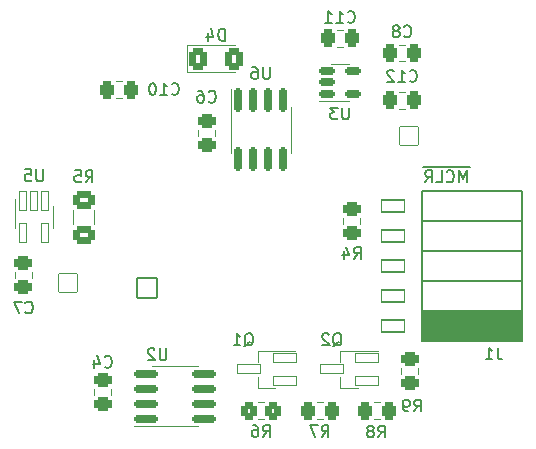
<source format=gbo>
G04 #@! TF.GenerationSoftware,KiCad,Pcbnew,(6.0.10)*
G04 #@! TF.CreationDate,2023-01-26T22:30:24-05:00*
G04 #@! TF.ProjectId,telemetry_transmitter,74656c65-6d65-4747-9279-5f7472616e73,rev?*
G04 #@! TF.SameCoordinates,Original*
G04 #@! TF.FileFunction,Legend,Bot*
G04 #@! TF.FilePolarity,Positive*
%FSLAX46Y46*%
G04 Gerber Fmt 4.6, Leading zero omitted, Abs format (unit mm)*
G04 Created by KiCad (PCBNEW (6.0.10)) date 2023-01-26 22:30:24*
%MOMM*%
%LPD*%
G01*
G04 APERTURE LIST*
G04 Aperture macros list*
%AMRoundRect*
0 Rectangle with rounded corners*
0 $1 Rounding radius*
0 $2 $3 $4 $5 $6 $7 $8 $9 X,Y pos of 4 corners*
0 Add a 4 corners polygon primitive as box body*
4,1,4,$2,$3,$4,$5,$6,$7,$8,$9,$2,$3,0*
0 Add four circle primitives for the rounded corners*
1,1,$1+$1,$2,$3*
1,1,$1+$1,$4,$5*
1,1,$1+$1,$6,$7*
1,1,$1+$1,$8,$9*
0 Add four rect primitives between the rounded corners*
20,1,$1+$1,$2,$3,$4,$5,0*
20,1,$1+$1,$4,$5,$6,$7,0*
20,1,$1+$1,$6,$7,$8,$9,0*
20,1,$1+$1,$8,$9,$2,$3,0*%
G04 Aperture macros list end*
%ADD10C,0.150000*%
%ADD11C,0.120000*%
%ADD12C,2.702000*%
%ADD13RoundRect,0.051000X0.850000X-0.850000X0.850000X0.850000X-0.850000X0.850000X-0.850000X-0.850000X0*%
%ADD14O,1.802000X1.802000*%
%ADD15RoundRect,0.051000X-0.800000X-0.800000X0.800000X-0.800000X0.800000X0.800000X-0.800000X0.800000X0*%
%ADD16C,1.702000*%
%ADD17RoundRect,0.051000X-0.800000X0.800000X-0.800000X-0.800000X0.800000X-0.800000X0.800000X0.800000X0*%
%ADD18C,1.602000*%
%ADD19C,5.702000*%
%ADD20C,3.702000*%
%ADD21C,2.302000*%
%ADD22RoundRect,0.051000X-0.600000X0.600000X-0.600000X-0.600000X0.600000X-0.600000X0.600000X0.600000X0*%
%ADD23C,1.302000*%
%ADD24RoundRect,0.051000X0.950000X0.400000X-0.950000X0.400000X-0.950000X-0.400000X0.950000X-0.400000X0*%
%ADD25RoundRect,0.301000X0.450000X-0.325000X0.450000X0.325000X-0.450000X0.325000X-0.450000X-0.325000X0*%
%ADD26RoundRect,0.301000X0.325000X0.450000X-0.325000X0.450000X-0.325000X-0.450000X0.325000X-0.450000X0*%
%ADD27RoundRect,0.301000X-0.450000X0.325000X-0.450000X-0.325000X0.450000X-0.325000X0.450000X0.325000X0*%
%ADD28RoundRect,0.301000X-0.325000X-0.450000X0.325000X-0.450000X0.325000X0.450000X-0.325000X0.450000X0*%
%ADD29RoundRect,0.051000X-0.325000X0.780000X-0.325000X-0.780000X0.325000X-0.780000X0.325000X0.780000X0*%
%ADD30RoundRect,0.301001X0.624999X-0.462499X0.624999X0.462499X-0.624999X0.462499X-0.624999X-0.462499X0*%
%ADD31RoundRect,0.301000X-0.350000X-0.450000X0.350000X-0.450000X0.350000X0.450000X-0.350000X0.450000X0*%
%ADD32RoundRect,0.201000X-0.825000X-0.150000X0.825000X-0.150000X0.825000X0.150000X-0.825000X0.150000X0*%
%ADD33RoundRect,0.051000X1.000000X-0.500000X1.000000X0.500000X-1.000000X0.500000X-1.000000X-0.500000X0*%
%ADD34RoundRect,0.301001X-0.462499X-0.624999X0.462499X-0.624999X0.462499X0.624999X-0.462499X0.624999X0*%
%ADD35RoundRect,0.201000X-0.150000X0.825000X-0.150000X-0.825000X0.150000X-0.825000X0.150000X0.825000X0*%
%ADD36RoundRect,0.201000X-0.512500X-0.150000X0.512500X-0.150000X0.512500X0.150000X-0.512500X0.150000X0*%
G04 APERTURE END LIST*
D10*
X226476190Y-98170000D02*
X225333333Y-98170000D01*
X226238095Y-99452380D02*
X226238095Y-98452380D01*
X225904761Y-99166666D01*
X225571428Y-98452380D01*
X225571428Y-99452380D01*
X225333333Y-98170000D02*
X224333333Y-98170000D01*
X224523809Y-99357142D02*
X224571428Y-99404761D01*
X224714285Y-99452380D01*
X224809523Y-99452380D01*
X224952380Y-99404761D01*
X225047619Y-99309523D01*
X225095238Y-99214285D01*
X225142857Y-99023809D01*
X225142857Y-98880952D01*
X225095238Y-98690476D01*
X225047619Y-98595238D01*
X224952380Y-98500000D01*
X224809523Y-98452380D01*
X224714285Y-98452380D01*
X224571428Y-98500000D01*
X224523809Y-98547619D01*
X224333333Y-98170000D02*
X223523809Y-98170000D01*
X223619047Y-99452380D02*
X224095238Y-99452380D01*
X224095238Y-98452380D01*
X223523809Y-98170000D02*
X222523809Y-98170000D01*
X222714285Y-99452380D02*
X223047619Y-98976190D01*
X223285714Y-99452380D02*
X223285714Y-98452380D01*
X222904761Y-98452380D01*
X222809523Y-98500000D01*
X222761904Y-98547619D01*
X222714285Y-98642857D01*
X222714285Y-98785714D01*
X222761904Y-98880952D01*
X222809523Y-98928571D01*
X222904761Y-98976190D01*
X223285714Y-98976190D01*
X207395238Y-113347619D02*
X207490476Y-113300000D01*
X207585714Y-113204761D01*
X207728571Y-113061904D01*
X207823809Y-113014285D01*
X207919047Y-113014285D01*
X207871428Y-113252380D02*
X207966666Y-113204761D01*
X208061904Y-113109523D01*
X208109523Y-112919047D01*
X208109523Y-112585714D01*
X208061904Y-112395238D01*
X207966666Y-112300000D01*
X207871428Y-112252380D01*
X207680952Y-112252380D01*
X207585714Y-112300000D01*
X207490476Y-112395238D01*
X207442857Y-112585714D01*
X207442857Y-112919047D01*
X207490476Y-113109523D01*
X207585714Y-113204761D01*
X207680952Y-113252380D01*
X207871428Y-113252380D01*
X206490476Y-113252380D02*
X207061904Y-113252380D01*
X206776190Y-113252380D02*
X206776190Y-112252380D01*
X206871428Y-112395238D01*
X206966666Y-112490476D01*
X207061904Y-112538095D01*
X214895238Y-113347619D02*
X214990476Y-113300000D01*
X215085714Y-113204761D01*
X215228571Y-113061904D01*
X215323809Y-113014285D01*
X215419047Y-113014285D01*
X215371428Y-113252380D02*
X215466666Y-113204761D01*
X215561904Y-113109523D01*
X215609523Y-112919047D01*
X215609523Y-112585714D01*
X215561904Y-112395238D01*
X215466666Y-112300000D01*
X215371428Y-112252380D01*
X215180952Y-112252380D01*
X215085714Y-112300000D01*
X214990476Y-112395238D01*
X214942857Y-112585714D01*
X214942857Y-112919047D01*
X214990476Y-113109523D01*
X215085714Y-113204761D01*
X215180952Y-113252380D01*
X215371428Y-113252380D01*
X214561904Y-112347619D02*
X214514285Y-112300000D01*
X214419047Y-112252380D01*
X214180952Y-112252380D01*
X214085714Y-112300000D01*
X214038095Y-112347619D01*
X213990476Y-112442857D01*
X213990476Y-112538095D01*
X214038095Y-112680952D01*
X214609523Y-113252380D01*
X213990476Y-113252380D01*
X188866666Y-110457142D02*
X188914285Y-110504761D01*
X189057142Y-110552380D01*
X189152380Y-110552380D01*
X189295238Y-110504761D01*
X189390476Y-110409523D01*
X189438095Y-110314285D01*
X189485714Y-110123809D01*
X189485714Y-109980952D01*
X189438095Y-109790476D01*
X189390476Y-109695238D01*
X189295238Y-109600000D01*
X189152380Y-109552380D01*
X189057142Y-109552380D01*
X188914285Y-109600000D01*
X188866666Y-109647619D01*
X188533333Y-109552380D02*
X187866666Y-109552380D01*
X188295238Y-110552380D01*
X220916666Y-87082142D02*
X220964285Y-87129761D01*
X221107142Y-87177380D01*
X221202380Y-87177380D01*
X221345238Y-87129761D01*
X221440476Y-87034523D01*
X221488095Y-86939285D01*
X221535714Y-86748809D01*
X221535714Y-86605952D01*
X221488095Y-86415476D01*
X221440476Y-86320238D01*
X221345238Y-86225000D01*
X221202380Y-86177380D01*
X221107142Y-86177380D01*
X220964285Y-86225000D01*
X220916666Y-86272619D01*
X220345238Y-86605952D02*
X220440476Y-86558333D01*
X220488095Y-86510714D01*
X220535714Y-86415476D01*
X220535714Y-86367857D01*
X220488095Y-86272619D01*
X220440476Y-86225000D01*
X220345238Y-86177380D01*
X220154761Y-86177380D01*
X220059523Y-86225000D01*
X220011904Y-86272619D01*
X219964285Y-86367857D01*
X219964285Y-86415476D01*
X220011904Y-86510714D01*
X220059523Y-86558333D01*
X220154761Y-86605952D01*
X220345238Y-86605952D01*
X220440476Y-86653571D01*
X220488095Y-86701190D01*
X220535714Y-86796428D01*
X220535714Y-86986904D01*
X220488095Y-87082142D01*
X220440476Y-87129761D01*
X220345238Y-87177380D01*
X220154761Y-87177380D01*
X220059523Y-87129761D01*
X220011904Y-87082142D01*
X219964285Y-86986904D01*
X219964285Y-86796428D01*
X220011904Y-86701190D01*
X220059523Y-86653571D01*
X220154761Y-86605952D01*
X195566666Y-115057142D02*
X195614285Y-115104761D01*
X195757142Y-115152380D01*
X195852380Y-115152380D01*
X195995238Y-115104761D01*
X196090476Y-115009523D01*
X196138095Y-114914285D01*
X196185714Y-114723809D01*
X196185714Y-114580952D01*
X196138095Y-114390476D01*
X196090476Y-114295238D01*
X195995238Y-114200000D01*
X195852380Y-114152380D01*
X195757142Y-114152380D01*
X195614285Y-114200000D01*
X195566666Y-114247619D01*
X194709523Y-114485714D02*
X194709523Y-115152380D01*
X194947619Y-114104761D02*
X195185714Y-114819047D01*
X194566666Y-114819047D01*
X218741666Y-121052380D02*
X219075000Y-120576190D01*
X219313095Y-121052380D02*
X219313095Y-120052380D01*
X218932142Y-120052380D01*
X218836904Y-120100000D01*
X218789285Y-120147619D01*
X218741666Y-120242857D01*
X218741666Y-120385714D01*
X218789285Y-120480952D01*
X218836904Y-120528571D01*
X218932142Y-120576190D01*
X219313095Y-120576190D01*
X218170238Y-120480952D02*
X218265476Y-120433333D01*
X218313095Y-120385714D01*
X218360714Y-120290476D01*
X218360714Y-120242857D01*
X218313095Y-120147619D01*
X218265476Y-120100000D01*
X218170238Y-120052380D01*
X217979761Y-120052380D01*
X217884523Y-120100000D01*
X217836904Y-120147619D01*
X217789285Y-120242857D01*
X217789285Y-120290476D01*
X217836904Y-120385714D01*
X217884523Y-120433333D01*
X217979761Y-120480952D01*
X218170238Y-120480952D01*
X218265476Y-120528571D01*
X218313095Y-120576190D01*
X218360714Y-120671428D01*
X218360714Y-120861904D01*
X218313095Y-120957142D01*
X218265476Y-121004761D01*
X218170238Y-121052380D01*
X217979761Y-121052380D01*
X217884523Y-121004761D01*
X217836904Y-120957142D01*
X217789285Y-120861904D01*
X217789285Y-120671428D01*
X217836904Y-120576190D01*
X217884523Y-120528571D01*
X217979761Y-120480952D01*
X190361904Y-98352380D02*
X190361904Y-99161904D01*
X190314285Y-99257142D01*
X190266666Y-99304761D01*
X190171428Y-99352380D01*
X189980952Y-99352380D01*
X189885714Y-99304761D01*
X189838095Y-99257142D01*
X189790476Y-99161904D01*
X189790476Y-98352380D01*
X188838095Y-98352380D02*
X189314285Y-98352380D01*
X189361904Y-98828571D01*
X189314285Y-98780952D01*
X189219047Y-98733333D01*
X188980952Y-98733333D01*
X188885714Y-98780952D01*
X188838095Y-98828571D01*
X188790476Y-98923809D01*
X188790476Y-99161904D01*
X188838095Y-99257142D01*
X188885714Y-99304761D01*
X188980952Y-99352380D01*
X189219047Y-99352380D01*
X189314285Y-99304761D01*
X189361904Y-99257142D01*
X216666666Y-105952380D02*
X217000000Y-105476190D01*
X217238095Y-105952380D02*
X217238095Y-104952380D01*
X216857142Y-104952380D01*
X216761904Y-105000000D01*
X216714285Y-105047619D01*
X216666666Y-105142857D01*
X216666666Y-105285714D01*
X216714285Y-105380952D01*
X216761904Y-105428571D01*
X216857142Y-105476190D01*
X217238095Y-105476190D01*
X215809523Y-105285714D02*
X215809523Y-105952380D01*
X216047619Y-104904761D02*
X216285714Y-105619047D01*
X215666666Y-105619047D01*
X193966666Y-99452380D02*
X194300000Y-98976190D01*
X194538095Y-99452380D02*
X194538095Y-98452380D01*
X194157142Y-98452380D01*
X194061904Y-98500000D01*
X194014285Y-98547619D01*
X193966666Y-98642857D01*
X193966666Y-98785714D01*
X194014285Y-98880952D01*
X194061904Y-98928571D01*
X194157142Y-98976190D01*
X194538095Y-98976190D01*
X193061904Y-98452380D02*
X193538095Y-98452380D01*
X193585714Y-98928571D01*
X193538095Y-98880952D01*
X193442857Y-98833333D01*
X193204761Y-98833333D01*
X193109523Y-98880952D01*
X193061904Y-98928571D01*
X193014285Y-99023809D01*
X193014285Y-99261904D01*
X193061904Y-99357142D01*
X193109523Y-99404761D01*
X193204761Y-99452380D01*
X193442857Y-99452380D01*
X193538095Y-99404761D01*
X193585714Y-99357142D01*
X213941666Y-121002380D02*
X214275000Y-120526190D01*
X214513095Y-121002380D02*
X214513095Y-120002380D01*
X214132142Y-120002380D01*
X214036904Y-120050000D01*
X213989285Y-120097619D01*
X213941666Y-120192857D01*
X213941666Y-120335714D01*
X213989285Y-120430952D01*
X214036904Y-120478571D01*
X214132142Y-120526190D01*
X214513095Y-120526190D01*
X213608333Y-120002380D02*
X212941666Y-120002380D01*
X213370238Y-121002380D01*
X208966666Y-121002380D02*
X209300000Y-120526190D01*
X209538095Y-121002380D02*
X209538095Y-120002380D01*
X209157142Y-120002380D01*
X209061904Y-120050000D01*
X209014285Y-120097619D01*
X208966666Y-120192857D01*
X208966666Y-120335714D01*
X209014285Y-120430952D01*
X209061904Y-120478571D01*
X209157142Y-120526190D01*
X209538095Y-120526190D01*
X208109523Y-120002380D02*
X208300000Y-120002380D01*
X208395238Y-120050000D01*
X208442857Y-120097619D01*
X208538095Y-120240476D01*
X208585714Y-120430952D01*
X208585714Y-120811904D01*
X208538095Y-120907142D01*
X208490476Y-120954761D01*
X208395238Y-121002380D01*
X208204761Y-121002380D01*
X208109523Y-120954761D01*
X208061904Y-120907142D01*
X208014285Y-120811904D01*
X208014285Y-120573809D01*
X208061904Y-120478571D01*
X208109523Y-120430952D01*
X208204761Y-120383333D01*
X208395238Y-120383333D01*
X208490476Y-120430952D01*
X208538095Y-120478571D01*
X208585714Y-120573809D01*
X221766666Y-118852380D02*
X222100000Y-118376190D01*
X222338095Y-118852380D02*
X222338095Y-117852380D01*
X221957142Y-117852380D01*
X221861904Y-117900000D01*
X221814285Y-117947619D01*
X221766666Y-118042857D01*
X221766666Y-118185714D01*
X221814285Y-118280952D01*
X221861904Y-118328571D01*
X221957142Y-118376190D01*
X222338095Y-118376190D01*
X221290476Y-118852380D02*
X221100000Y-118852380D01*
X221004761Y-118804761D01*
X220957142Y-118757142D01*
X220861904Y-118614285D01*
X220814285Y-118423809D01*
X220814285Y-118042857D01*
X220861904Y-117947619D01*
X220909523Y-117900000D01*
X221004761Y-117852380D01*
X221195238Y-117852380D01*
X221290476Y-117900000D01*
X221338095Y-117947619D01*
X221385714Y-118042857D01*
X221385714Y-118280952D01*
X221338095Y-118376190D01*
X221290476Y-118423809D01*
X221195238Y-118471428D01*
X221004761Y-118471428D01*
X220909523Y-118423809D01*
X220861904Y-118376190D01*
X220814285Y-118280952D01*
X200786904Y-113517380D02*
X200786904Y-114326904D01*
X200739285Y-114422142D01*
X200691666Y-114469761D01*
X200596428Y-114517380D01*
X200405952Y-114517380D01*
X200310714Y-114469761D01*
X200263095Y-114422142D01*
X200215476Y-114326904D01*
X200215476Y-113517380D01*
X199786904Y-113612619D02*
X199739285Y-113565000D01*
X199644047Y-113517380D01*
X199405952Y-113517380D01*
X199310714Y-113565000D01*
X199263095Y-113612619D01*
X199215476Y-113707857D01*
X199215476Y-113803095D01*
X199263095Y-113945952D01*
X199834523Y-114517380D01*
X199215476Y-114517380D01*
X228833333Y-113452380D02*
X228833333Y-114166666D01*
X228880952Y-114309523D01*
X228976190Y-114404761D01*
X229119047Y-114452380D01*
X229214285Y-114452380D01*
X227833333Y-114452380D02*
X228404761Y-114452380D01*
X228119047Y-114452380D02*
X228119047Y-113452380D01*
X228214285Y-113595238D01*
X228309523Y-113690476D01*
X228404761Y-113738095D01*
X205738095Y-87452380D02*
X205738095Y-86452380D01*
X205500000Y-86452380D01*
X205357142Y-86500000D01*
X205261904Y-86595238D01*
X205214285Y-86690476D01*
X205166666Y-86880952D01*
X205166666Y-87023809D01*
X205214285Y-87214285D01*
X205261904Y-87309523D01*
X205357142Y-87404761D01*
X205500000Y-87452380D01*
X205738095Y-87452380D01*
X204309523Y-86785714D02*
X204309523Y-87452380D01*
X204547619Y-86404761D02*
X204785714Y-87119047D01*
X204166666Y-87119047D01*
X201242857Y-91957142D02*
X201290476Y-92004761D01*
X201433333Y-92052380D01*
X201528571Y-92052380D01*
X201671428Y-92004761D01*
X201766666Y-91909523D01*
X201814285Y-91814285D01*
X201861904Y-91623809D01*
X201861904Y-91480952D01*
X201814285Y-91290476D01*
X201766666Y-91195238D01*
X201671428Y-91100000D01*
X201528571Y-91052380D01*
X201433333Y-91052380D01*
X201290476Y-91100000D01*
X201242857Y-91147619D01*
X200290476Y-92052380D02*
X200861904Y-92052380D01*
X200576190Y-92052380D02*
X200576190Y-91052380D01*
X200671428Y-91195238D01*
X200766666Y-91290476D01*
X200861904Y-91338095D01*
X199671428Y-91052380D02*
X199576190Y-91052380D01*
X199480952Y-91100000D01*
X199433333Y-91147619D01*
X199385714Y-91242857D01*
X199338095Y-91433333D01*
X199338095Y-91671428D01*
X199385714Y-91861904D01*
X199433333Y-91957142D01*
X199480952Y-92004761D01*
X199576190Y-92052380D01*
X199671428Y-92052380D01*
X199766666Y-92004761D01*
X199814285Y-91957142D01*
X199861904Y-91861904D01*
X199909523Y-91671428D01*
X199909523Y-91433333D01*
X199861904Y-91242857D01*
X199814285Y-91147619D01*
X199766666Y-91100000D01*
X199671428Y-91052380D01*
X204366666Y-92607142D02*
X204414285Y-92654761D01*
X204557142Y-92702380D01*
X204652380Y-92702380D01*
X204795238Y-92654761D01*
X204890476Y-92559523D01*
X204938095Y-92464285D01*
X204985714Y-92273809D01*
X204985714Y-92130952D01*
X204938095Y-91940476D01*
X204890476Y-91845238D01*
X204795238Y-91750000D01*
X204652380Y-91702380D01*
X204557142Y-91702380D01*
X204414285Y-91750000D01*
X204366666Y-91797619D01*
X203509523Y-91702380D02*
X203700000Y-91702380D01*
X203795238Y-91750000D01*
X203842857Y-91797619D01*
X203938095Y-91940476D01*
X203985714Y-92130952D01*
X203985714Y-92511904D01*
X203938095Y-92607142D01*
X203890476Y-92654761D01*
X203795238Y-92702380D01*
X203604761Y-92702380D01*
X203509523Y-92654761D01*
X203461904Y-92607142D01*
X203414285Y-92511904D01*
X203414285Y-92273809D01*
X203461904Y-92178571D01*
X203509523Y-92130952D01*
X203604761Y-92083333D01*
X203795238Y-92083333D01*
X203890476Y-92130952D01*
X203938095Y-92178571D01*
X203985714Y-92273809D01*
X209561904Y-89702380D02*
X209561904Y-90511904D01*
X209514285Y-90607142D01*
X209466666Y-90654761D01*
X209371428Y-90702380D01*
X209180952Y-90702380D01*
X209085714Y-90654761D01*
X209038095Y-90607142D01*
X208990476Y-90511904D01*
X208990476Y-89702380D01*
X208085714Y-89702380D02*
X208276190Y-89702380D01*
X208371428Y-89750000D01*
X208419047Y-89797619D01*
X208514285Y-89940476D01*
X208561904Y-90130952D01*
X208561904Y-90511904D01*
X208514285Y-90607142D01*
X208466666Y-90654761D01*
X208371428Y-90702380D01*
X208180952Y-90702380D01*
X208085714Y-90654761D01*
X208038095Y-90607142D01*
X207990476Y-90511904D01*
X207990476Y-90273809D01*
X208038095Y-90178571D01*
X208085714Y-90130952D01*
X208180952Y-90083333D01*
X208371428Y-90083333D01*
X208466666Y-90130952D01*
X208514285Y-90178571D01*
X208561904Y-90273809D01*
X221392857Y-90857142D02*
X221440476Y-90904761D01*
X221583333Y-90952380D01*
X221678571Y-90952380D01*
X221821428Y-90904761D01*
X221916666Y-90809523D01*
X221964285Y-90714285D01*
X222011904Y-90523809D01*
X222011904Y-90380952D01*
X221964285Y-90190476D01*
X221916666Y-90095238D01*
X221821428Y-90000000D01*
X221678571Y-89952380D01*
X221583333Y-89952380D01*
X221440476Y-90000000D01*
X221392857Y-90047619D01*
X220440476Y-90952380D02*
X221011904Y-90952380D01*
X220726190Y-90952380D02*
X220726190Y-89952380D01*
X220821428Y-90095238D01*
X220916666Y-90190476D01*
X221011904Y-90238095D01*
X220059523Y-90047619D02*
X220011904Y-90000000D01*
X219916666Y-89952380D01*
X219678571Y-89952380D01*
X219583333Y-90000000D01*
X219535714Y-90047619D01*
X219488095Y-90142857D01*
X219488095Y-90238095D01*
X219535714Y-90380952D01*
X220107142Y-90952380D01*
X219488095Y-90952380D01*
X216142857Y-85857142D02*
X216190476Y-85904761D01*
X216333333Y-85952380D01*
X216428571Y-85952380D01*
X216571428Y-85904761D01*
X216666666Y-85809523D01*
X216714285Y-85714285D01*
X216761904Y-85523809D01*
X216761904Y-85380952D01*
X216714285Y-85190476D01*
X216666666Y-85095238D01*
X216571428Y-85000000D01*
X216428571Y-84952380D01*
X216333333Y-84952380D01*
X216190476Y-85000000D01*
X216142857Y-85047619D01*
X215190476Y-85952380D02*
X215761904Y-85952380D01*
X215476190Y-85952380D02*
X215476190Y-84952380D01*
X215571428Y-85095238D01*
X215666666Y-85190476D01*
X215761904Y-85238095D01*
X214238095Y-85952380D02*
X214809523Y-85952380D01*
X214523809Y-85952380D02*
X214523809Y-84952380D01*
X214619047Y-85095238D01*
X214714285Y-85190476D01*
X214809523Y-85238095D01*
X216261904Y-93135180D02*
X216261904Y-93944704D01*
X216214285Y-94039942D01*
X216166666Y-94087561D01*
X216071428Y-94135180D01*
X215880952Y-94135180D01*
X215785714Y-94087561D01*
X215738095Y-94039942D01*
X215690476Y-93944704D01*
X215690476Y-93135180D01*
X215309523Y-93135180D02*
X214690476Y-93135180D01*
X215023809Y-93516133D01*
X214880952Y-93516133D01*
X214785714Y-93563752D01*
X214738095Y-93611371D01*
X214690476Y-93706609D01*
X214690476Y-93944704D01*
X214738095Y-94039942D01*
X214785714Y-94087561D01*
X214880952Y-94135180D01*
X215166666Y-94135180D01*
X215261904Y-94087561D01*
X215309523Y-94039942D01*
D11*
X208540000Y-116880000D02*
X208540000Y-115950000D01*
X208540000Y-113720000D02*
X208540000Y-114650000D01*
X208540000Y-113720000D02*
X211700000Y-113720000D01*
X208540000Y-116880000D02*
X210000000Y-116880000D01*
X215540000Y-116880000D02*
X215540000Y-115950000D01*
X215540000Y-113720000D02*
X218700000Y-113720000D01*
X215540000Y-113720000D02*
X215540000Y-114650000D01*
X215540000Y-116880000D02*
X217000000Y-116880000D01*
X189410000Y-107561252D02*
X189410000Y-107038748D01*
X187990000Y-107561252D02*
X187990000Y-107038748D01*
X221011252Y-89210000D02*
X220488748Y-89210000D01*
X221011252Y-87790000D02*
X220488748Y-87790000D01*
X194690000Y-116938748D02*
X194690000Y-117461252D01*
X196110000Y-116938748D02*
X196110000Y-117461252D01*
X218338748Y-119510000D02*
X218861252Y-119510000D01*
X218338748Y-118090000D02*
X218861252Y-118090000D01*
X187990000Y-103300000D02*
X187990000Y-100850000D01*
X191210000Y-101500000D02*
X191210000Y-103300000D01*
X217210000Y-102986252D02*
X217210000Y-102463748D01*
X215790000Y-102986252D02*
X215790000Y-102463748D01*
X192890000Y-103002064D02*
X192890000Y-101797936D01*
X194710000Y-103002064D02*
X194710000Y-101797936D01*
X213513748Y-119510000D02*
X214036252Y-119510000D01*
X213513748Y-118090000D02*
X214036252Y-118090000D01*
X208572936Y-118065000D02*
X209027064Y-118065000D01*
X208572936Y-119535000D02*
X209027064Y-119535000D01*
X222110000Y-115661252D02*
X222110000Y-115138748D01*
X220690000Y-115661252D02*
X220690000Y-115138748D01*
X201525000Y-120125000D02*
X198075000Y-120125000D01*
X201525000Y-115005000D02*
X199575000Y-115005000D01*
X201525000Y-115005000D02*
X203475000Y-115005000D01*
X201525000Y-120125000D02*
X203475000Y-120125000D01*
D10*
X222412500Y-105230000D02*
X230912500Y-105230000D01*
X222412500Y-107770000D02*
X230912500Y-107770000D01*
X230912500Y-112850000D02*
X230912500Y-100150000D01*
X222412500Y-110310000D02*
X230912500Y-110310000D01*
X222412500Y-100150000D02*
X230912500Y-100150000D01*
X222412500Y-102690000D02*
X230912500Y-102690000D01*
X222412500Y-112850000D02*
X230912500Y-112850000D01*
X222412500Y-112850000D02*
X222412500Y-100150000D01*
G36*
X230858300Y-112799200D02*
G01*
X222476300Y-112799200D01*
X222476300Y-110360800D01*
X230858300Y-110360800D01*
X230858300Y-112799200D01*
G37*
X230858300Y-112799200D02*
X222476300Y-112799200D01*
X222476300Y-110360800D01*
X230858300Y-110360800D01*
X230858300Y-112799200D01*
D11*
X202540000Y-90135000D02*
X202540000Y-87865000D01*
X206600000Y-90135000D02*
X202540000Y-90135000D01*
X202540000Y-87865000D02*
X206600000Y-87865000D01*
X197061252Y-90890000D02*
X196538748Y-90890000D01*
X197061252Y-92310000D02*
X196538748Y-92310000D01*
X204910000Y-95511252D02*
X204910000Y-94988748D01*
X203490000Y-95511252D02*
X203490000Y-94988748D01*
X211360000Y-95000000D02*
X211360000Y-96950000D01*
X211360000Y-95000000D02*
X211360000Y-93050000D01*
X206240000Y-95000000D02*
X206240000Y-96950000D01*
X206240000Y-95000000D02*
X206240000Y-91550000D01*
X221011252Y-91790000D02*
X220488748Y-91790000D01*
X221011252Y-93210000D02*
X220488748Y-93210000D01*
X215761252Y-86540000D02*
X215238748Y-86540000D01*
X215761252Y-87960000D02*
X215238748Y-87960000D01*
X215500000Y-89440000D02*
X214700000Y-89440000D01*
X215500000Y-92560000D02*
X216300000Y-92560000D01*
X215500000Y-89440000D02*
X216300000Y-89440000D01*
X215500000Y-92560000D02*
X213700000Y-92560000D01*
%LPC*%
D12*
X199000000Y-88750000D03*
X194000000Y-88750000D03*
D13*
X199125000Y-108375000D03*
D14*
X199125000Y-110915000D03*
X201665000Y-108375000D03*
X201665000Y-110915000D03*
X204205000Y-108375000D03*
X204205000Y-110915000D03*
X206745000Y-108375000D03*
X206745000Y-110915000D03*
X209285000Y-108375000D03*
X209285000Y-110915000D03*
X211825000Y-108375000D03*
X211825000Y-110915000D03*
X214365000Y-108375000D03*
X214365000Y-110915000D03*
X216905000Y-108375000D03*
X216905000Y-110915000D03*
D15*
X221338606Y-95500000D03*
D16*
X223838606Y-95500000D03*
D17*
X192500000Y-108000000D03*
D16*
X192500000Y-110500000D03*
D18*
X198000000Y-97300000D03*
X198000000Y-102180000D03*
D19*
X226060000Y-88900000D03*
D20*
X226060000Y-88900000D03*
D19*
X187960000Y-116840000D03*
D20*
X187960000Y-116840000D03*
D19*
X187960000Y-88900000D03*
D20*
X187960000Y-88900000D03*
D21*
X185500000Y-95500000D03*
X185500000Y-106500000D03*
D22*
X184500000Y-99000000D03*
D23*
X184500000Y-101000000D03*
X184500000Y-103000000D03*
X186500000Y-99000000D03*
X186500000Y-101000000D03*
X186500000Y-103000000D03*
D19*
X226060000Y-116840000D03*
D20*
X226060000Y-116840000D03*
D24*
X210800000Y-114350000D03*
X210800000Y-116250000D03*
X207800000Y-115300000D03*
X217800000Y-114350000D03*
X217800000Y-116250000D03*
X214800000Y-115300000D03*
D25*
X188700000Y-108325000D03*
X188700000Y-106275000D03*
D26*
X221775000Y-88500000D03*
X219725000Y-88500000D03*
D27*
X195400000Y-116175000D03*
X195400000Y-118225000D03*
D28*
X217575000Y-118800000D03*
X219625000Y-118800000D03*
D29*
X188650000Y-101050000D03*
X189600000Y-101050000D03*
X190550000Y-101050000D03*
X190550000Y-103750000D03*
X188650000Y-103750000D03*
D25*
X216500000Y-103750000D03*
X216500000Y-101700000D03*
D30*
X193800000Y-103887500D03*
X193800000Y-100912500D03*
D28*
X212750000Y-118800000D03*
X214800000Y-118800000D03*
D31*
X207800000Y-118800000D03*
X209800000Y-118800000D03*
D25*
X221400000Y-116425000D03*
X221400000Y-114375000D03*
D32*
X199050000Y-119470000D03*
X199050000Y-118200000D03*
X199050000Y-116930000D03*
X199050000Y-115660000D03*
X204000000Y-115660000D03*
X204000000Y-116930000D03*
X204000000Y-118200000D03*
X204000000Y-119470000D03*
D33*
X220012500Y-111580000D03*
X220012500Y-109040000D03*
X220012500Y-106500000D03*
X220012500Y-103960000D03*
X220012500Y-101420000D03*
D34*
X203512500Y-89000000D03*
X206487500Y-89000000D03*
D26*
X197825000Y-91600000D03*
X195775000Y-91600000D03*
D25*
X204200000Y-96275000D03*
X204200000Y-94225000D03*
D35*
X206895000Y-92525000D03*
X208165000Y-92525000D03*
X209435000Y-92525000D03*
X210705000Y-92525000D03*
X210705000Y-97475000D03*
X209435000Y-97475000D03*
X208165000Y-97475000D03*
X206895000Y-97475000D03*
D26*
X221775000Y-92500000D03*
X219725000Y-92500000D03*
X216525000Y-87250000D03*
X214475000Y-87250000D03*
D36*
X214362500Y-91950000D03*
X214362500Y-91000000D03*
X214362500Y-90050000D03*
X216637500Y-90050000D03*
X216637500Y-91950000D03*
M02*

</source>
